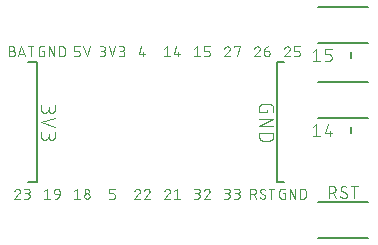
<source format=gto>
G75*
%MOIN*%
%OFA0B0*%
%FSLAX25Y25*%
%IPPOS*%
%LPD*%
%AMOC8*
5,1,8,0,0,1.08239X$1,22.5*
%
%ADD10C,0.00300*%
%ADD11C,0.00800*%
%ADD12C,0.00400*%
D10*
X0009263Y0028533D02*
X0011097Y0028533D01*
X0012503Y0028533D02*
X0013420Y0028533D01*
X0013479Y0028535D01*
X0013537Y0028541D01*
X0013595Y0028550D01*
X0013653Y0028563D01*
X0013709Y0028580D01*
X0013764Y0028600D01*
X0013818Y0028624D01*
X0013870Y0028651D01*
X0013920Y0028681D01*
X0013968Y0028715D01*
X0014014Y0028752D01*
X0014058Y0028791D01*
X0014099Y0028834D01*
X0014137Y0028878D01*
X0014172Y0028925D01*
X0014204Y0028975D01*
X0014233Y0029026D01*
X0014259Y0029079D01*
X0014281Y0029133D01*
X0014299Y0029189D01*
X0014314Y0029246D01*
X0014325Y0029304D01*
X0014333Y0029362D01*
X0014337Y0029421D01*
X0014337Y0029479D01*
X0014333Y0029538D01*
X0014325Y0029596D01*
X0014314Y0029654D01*
X0014299Y0029711D01*
X0014281Y0029767D01*
X0014259Y0029821D01*
X0014233Y0029874D01*
X0014204Y0029925D01*
X0014172Y0029975D01*
X0014137Y0030022D01*
X0014099Y0030066D01*
X0014058Y0030109D01*
X0014014Y0030148D01*
X0013968Y0030185D01*
X0013920Y0030219D01*
X0013870Y0030249D01*
X0013818Y0030276D01*
X0013764Y0030300D01*
X0013709Y0030320D01*
X0013653Y0030337D01*
X0013595Y0030350D01*
X0013537Y0030359D01*
X0013479Y0030365D01*
X0013420Y0030367D01*
X0013603Y0030366D02*
X0012870Y0030366D01*
X0013603Y0030367D02*
X0013655Y0030369D01*
X0013707Y0030374D01*
X0013759Y0030384D01*
X0013810Y0030397D01*
X0013859Y0030413D01*
X0013907Y0030433D01*
X0013954Y0030457D01*
X0013999Y0030483D01*
X0014042Y0030513D01*
X0014083Y0030546D01*
X0014121Y0030582D01*
X0014157Y0030620D01*
X0014190Y0030661D01*
X0014220Y0030704D01*
X0014246Y0030749D01*
X0014270Y0030796D01*
X0014290Y0030844D01*
X0014306Y0030893D01*
X0014319Y0030944D01*
X0014329Y0030996D01*
X0014334Y0031048D01*
X0014336Y0031100D01*
X0014334Y0031152D01*
X0014329Y0031204D01*
X0014319Y0031256D01*
X0014306Y0031307D01*
X0014290Y0031356D01*
X0014270Y0031404D01*
X0014246Y0031451D01*
X0014220Y0031496D01*
X0014190Y0031539D01*
X0014157Y0031580D01*
X0014121Y0031618D01*
X0014083Y0031654D01*
X0014042Y0031687D01*
X0013999Y0031717D01*
X0013954Y0031743D01*
X0013907Y0031767D01*
X0013859Y0031787D01*
X0013810Y0031803D01*
X0013759Y0031816D01*
X0013707Y0031826D01*
X0013655Y0031831D01*
X0013603Y0031833D01*
X0012503Y0031833D01*
X0010822Y0030366D02*
X0009263Y0028533D01*
X0009264Y0031100D02*
X0009285Y0031159D01*
X0009310Y0031218D01*
X0009338Y0031275D01*
X0009370Y0031330D01*
X0009405Y0031383D01*
X0009443Y0031433D01*
X0009484Y0031482D01*
X0009528Y0031528D01*
X0009574Y0031571D01*
X0009623Y0031611D01*
X0009674Y0031649D01*
X0009728Y0031683D01*
X0009783Y0031714D01*
X0009841Y0031741D01*
X0009899Y0031765D01*
X0009959Y0031786D01*
X0010021Y0031803D01*
X0010083Y0031816D01*
X0010145Y0031825D01*
X0010209Y0031831D01*
X0010272Y0031833D01*
X0010328Y0031831D01*
X0010384Y0031825D01*
X0010440Y0031816D01*
X0010495Y0031802D01*
X0010548Y0031785D01*
X0010601Y0031765D01*
X0010652Y0031741D01*
X0010701Y0031713D01*
X0010748Y0031682D01*
X0010793Y0031648D01*
X0010835Y0031611D01*
X0010875Y0031571D01*
X0010912Y0031529D01*
X0010946Y0031484D01*
X0010977Y0031437D01*
X0011005Y0031388D01*
X0011029Y0031337D01*
X0011049Y0031284D01*
X0011066Y0031231D01*
X0011080Y0031176D01*
X0011089Y0031120D01*
X0011095Y0031064D01*
X0011097Y0031008D01*
X0011095Y0030953D01*
X0011090Y0030898D01*
X0011082Y0030843D01*
X0011070Y0030790D01*
X0011054Y0030736D01*
X0011036Y0030685D01*
X0011014Y0030634D01*
X0010989Y0030585D01*
X0010961Y0030537D01*
X0010931Y0030491D01*
X0010897Y0030447D01*
X0010861Y0030406D01*
X0010822Y0030366D01*
X0019263Y0031100D02*
X0020180Y0031833D01*
X0020180Y0028533D01*
X0019263Y0028533D02*
X0021097Y0028533D01*
X0022870Y0028533D02*
X0022944Y0028535D01*
X0023018Y0028541D01*
X0023092Y0028550D01*
X0023165Y0028563D01*
X0023238Y0028580D01*
X0023309Y0028600D01*
X0023379Y0028624D01*
X0023449Y0028652D01*
X0023516Y0028683D01*
X0023582Y0028717D01*
X0023646Y0028755D01*
X0023708Y0028796D01*
X0023768Y0028840D01*
X0023826Y0028887D01*
X0023881Y0028937D01*
X0023933Y0028989D01*
X0023983Y0029044D01*
X0024030Y0029102D01*
X0024074Y0029162D01*
X0024115Y0029224D01*
X0024153Y0029288D01*
X0024187Y0029354D01*
X0024218Y0029421D01*
X0024246Y0029491D01*
X0024270Y0029561D01*
X0024290Y0029632D01*
X0024307Y0029705D01*
X0024320Y0029778D01*
X0024329Y0029852D01*
X0024335Y0029926D01*
X0024337Y0030000D01*
X0024337Y0030916D01*
X0024337Y0030000D02*
X0023237Y0030000D01*
X0023185Y0030002D01*
X0023133Y0030007D01*
X0023081Y0030017D01*
X0023030Y0030030D01*
X0022981Y0030046D01*
X0022933Y0030066D01*
X0022886Y0030090D01*
X0022841Y0030116D01*
X0022798Y0030146D01*
X0022757Y0030179D01*
X0022719Y0030215D01*
X0022683Y0030253D01*
X0022650Y0030294D01*
X0022620Y0030337D01*
X0022594Y0030382D01*
X0022570Y0030429D01*
X0022550Y0030477D01*
X0022534Y0030526D01*
X0022521Y0030577D01*
X0022511Y0030629D01*
X0022506Y0030681D01*
X0022504Y0030733D01*
X0022503Y0030733D02*
X0022503Y0030916D01*
X0022505Y0030975D01*
X0022511Y0031033D01*
X0022520Y0031091D01*
X0022533Y0031149D01*
X0022550Y0031205D01*
X0022570Y0031260D01*
X0022594Y0031314D01*
X0022621Y0031366D01*
X0022651Y0031416D01*
X0022685Y0031464D01*
X0022722Y0031510D01*
X0022761Y0031554D01*
X0022804Y0031595D01*
X0022848Y0031633D01*
X0022895Y0031668D01*
X0022945Y0031700D01*
X0022996Y0031729D01*
X0023049Y0031755D01*
X0023103Y0031777D01*
X0023159Y0031795D01*
X0023216Y0031810D01*
X0023274Y0031821D01*
X0023332Y0031829D01*
X0023391Y0031833D01*
X0023449Y0031833D01*
X0023508Y0031829D01*
X0023566Y0031821D01*
X0023624Y0031810D01*
X0023681Y0031795D01*
X0023737Y0031777D01*
X0023791Y0031755D01*
X0023844Y0031729D01*
X0023895Y0031700D01*
X0023945Y0031668D01*
X0023992Y0031633D01*
X0024036Y0031595D01*
X0024079Y0031554D01*
X0024118Y0031510D01*
X0024155Y0031464D01*
X0024189Y0031416D01*
X0024219Y0031366D01*
X0024246Y0031314D01*
X0024270Y0031260D01*
X0024290Y0031205D01*
X0024307Y0031149D01*
X0024320Y0031091D01*
X0024329Y0031033D01*
X0024335Y0030975D01*
X0024337Y0030916D01*
X0029263Y0031100D02*
X0030180Y0031833D01*
X0030180Y0028533D01*
X0029263Y0028533D02*
X0031097Y0028533D01*
X0032503Y0029450D02*
X0032505Y0029391D01*
X0032511Y0029333D01*
X0032520Y0029275D01*
X0032533Y0029217D01*
X0032550Y0029161D01*
X0032570Y0029106D01*
X0032594Y0029052D01*
X0032621Y0029000D01*
X0032651Y0028950D01*
X0032685Y0028902D01*
X0032722Y0028856D01*
X0032761Y0028812D01*
X0032804Y0028771D01*
X0032848Y0028733D01*
X0032895Y0028698D01*
X0032945Y0028666D01*
X0032996Y0028637D01*
X0033049Y0028611D01*
X0033103Y0028589D01*
X0033159Y0028571D01*
X0033216Y0028556D01*
X0033274Y0028545D01*
X0033332Y0028537D01*
X0033391Y0028533D01*
X0033449Y0028533D01*
X0033508Y0028537D01*
X0033566Y0028545D01*
X0033624Y0028556D01*
X0033681Y0028571D01*
X0033737Y0028589D01*
X0033791Y0028611D01*
X0033844Y0028637D01*
X0033895Y0028666D01*
X0033945Y0028698D01*
X0033992Y0028733D01*
X0034036Y0028771D01*
X0034079Y0028812D01*
X0034118Y0028856D01*
X0034155Y0028902D01*
X0034189Y0028950D01*
X0034219Y0029000D01*
X0034246Y0029052D01*
X0034270Y0029106D01*
X0034290Y0029161D01*
X0034307Y0029217D01*
X0034320Y0029275D01*
X0034329Y0029333D01*
X0034335Y0029391D01*
X0034337Y0029450D01*
X0034335Y0029509D01*
X0034329Y0029567D01*
X0034320Y0029625D01*
X0034307Y0029683D01*
X0034290Y0029739D01*
X0034270Y0029794D01*
X0034246Y0029848D01*
X0034219Y0029900D01*
X0034189Y0029950D01*
X0034155Y0029998D01*
X0034118Y0030044D01*
X0034079Y0030088D01*
X0034036Y0030129D01*
X0033992Y0030167D01*
X0033945Y0030202D01*
X0033895Y0030234D01*
X0033844Y0030263D01*
X0033791Y0030289D01*
X0033737Y0030311D01*
X0033681Y0030329D01*
X0033624Y0030344D01*
X0033566Y0030355D01*
X0033508Y0030363D01*
X0033449Y0030367D01*
X0033391Y0030367D01*
X0033332Y0030363D01*
X0033274Y0030355D01*
X0033216Y0030344D01*
X0033159Y0030329D01*
X0033103Y0030311D01*
X0033049Y0030289D01*
X0032996Y0030263D01*
X0032945Y0030234D01*
X0032895Y0030202D01*
X0032848Y0030167D01*
X0032804Y0030129D01*
X0032761Y0030088D01*
X0032722Y0030044D01*
X0032685Y0029998D01*
X0032651Y0029950D01*
X0032621Y0029900D01*
X0032594Y0029848D01*
X0032570Y0029794D01*
X0032550Y0029739D01*
X0032533Y0029683D01*
X0032520Y0029625D01*
X0032511Y0029567D01*
X0032505Y0029509D01*
X0032503Y0029450D01*
X0032687Y0031100D02*
X0032689Y0031048D01*
X0032694Y0030996D01*
X0032704Y0030944D01*
X0032717Y0030893D01*
X0032733Y0030844D01*
X0032753Y0030796D01*
X0032777Y0030749D01*
X0032803Y0030704D01*
X0032833Y0030661D01*
X0032866Y0030620D01*
X0032902Y0030582D01*
X0032940Y0030546D01*
X0032981Y0030513D01*
X0033024Y0030483D01*
X0033069Y0030457D01*
X0033116Y0030433D01*
X0033164Y0030413D01*
X0033213Y0030397D01*
X0033264Y0030384D01*
X0033316Y0030374D01*
X0033368Y0030369D01*
X0033420Y0030367D01*
X0033472Y0030369D01*
X0033524Y0030374D01*
X0033576Y0030384D01*
X0033627Y0030397D01*
X0033676Y0030413D01*
X0033724Y0030433D01*
X0033771Y0030457D01*
X0033816Y0030483D01*
X0033859Y0030513D01*
X0033900Y0030546D01*
X0033938Y0030582D01*
X0033974Y0030620D01*
X0034007Y0030661D01*
X0034037Y0030704D01*
X0034063Y0030749D01*
X0034087Y0030796D01*
X0034107Y0030844D01*
X0034123Y0030893D01*
X0034136Y0030944D01*
X0034146Y0030996D01*
X0034151Y0031048D01*
X0034153Y0031100D01*
X0034151Y0031152D01*
X0034146Y0031204D01*
X0034136Y0031256D01*
X0034123Y0031307D01*
X0034107Y0031356D01*
X0034087Y0031404D01*
X0034063Y0031451D01*
X0034037Y0031496D01*
X0034007Y0031539D01*
X0033974Y0031580D01*
X0033938Y0031618D01*
X0033900Y0031654D01*
X0033859Y0031687D01*
X0033816Y0031717D01*
X0033771Y0031743D01*
X0033724Y0031767D01*
X0033676Y0031787D01*
X0033627Y0031803D01*
X0033576Y0031816D01*
X0033524Y0031826D01*
X0033472Y0031831D01*
X0033420Y0031833D01*
X0033368Y0031831D01*
X0033316Y0031826D01*
X0033264Y0031816D01*
X0033213Y0031803D01*
X0033164Y0031787D01*
X0033116Y0031767D01*
X0033069Y0031743D01*
X0033024Y0031717D01*
X0032981Y0031687D01*
X0032940Y0031654D01*
X0032902Y0031618D01*
X0032866Y0031580D01*
X0032833Y0031539D01*
X0032803Y0031496D01*
X0032777Y0031451D01*
X0032753Y0031404D01*
X0032733Y0031356D01*
X0032717Y0031307D01*
X0032704Y0031256D01*
X0032694Y0031204D01*
X0032689Y0031152D01*
X0032687Y0031100D01*
X0040883Y0030366D02*
X0040883Y0031833D01*
X0042717Y0031833D01*
X0041983Y0030366D02*
X0040883Y0030366D01*
X0041983Y0030366D02*
X0042035Y0030364D01*
X0042087Y0030359D01*
X0042139Y0030349D01*
X0042190Y0030336D01*
X0042239Y0030320D01*
X0042287Y0030300D01*
X0042334Y0030276D01*
X0042379Y0030250D01*
X0042422Y0030220D01*
X0042463Y0030187D01*
X0042501Y0030151D01*
X0042537Y0030113D01*
X0042570Y0030072D01*
X0042600Y0030029D01*
X0042626Y0029984D01*
X0042650Y0029937D01*
X0042670Y0029889D01*
X0042686Y0029840D01*
X0042699Y0029789D01*
X0042709Y0029737D01*
X0042714Y0029685D01*
X0042716Y0029633D01*
X0042717Y0029633D02*
X0042717Y0029266D01*
X0042716Y0029266D02*
X0042714Y0029214D01*
X0042709Y0029162D01*
X0042699Y0029110D01*
X0042686Y0029059D01*
X0042670Y0029010D01*
X0042650Y0028962D01*
X0042626Y0028915D01*
X0042600Y0028870D01*
X0042570Y0028827D01*
X0042537Y0028786D01*
X0042501Y0028748D01*
X0042463Y0028712D01*
X0042422Y0028679D01*
X0042379Y0028649D01*
X0042334Y0028623D01*
X0042288Y0028599D01*
X0042239Y0028579D01*
X0042190Y0028563D01*
X0042139Y0028550D01*
X0042087Y0028540D01*
X0042035Y0028535D01*
X0041983Y0028533D01*
X0040883Y0028533D01*
X0049263Y0028533D02*
X0051097Y0028533D01*
X0052503Y0028533D02*
X0054337Y0028533D01*
X0052503Y0028533D02*
X0054062Y0030366D01*
X0053512Y0031833D02*
X0053449Y0031831D01*
X0053385Y0031825D01*
X0053323Y0031816D01*
X0053261Y0031803D01*
X0053199Y0031786D01*
X0053139Y0031765D01*
X0053081Y0031741D01*
X0053023Y0031714D01*
X0052968Y0031683D01*
X0052914Y0031649D01*
X0052863Y0031611D01*
X0052814Y0031571D01*
X0052768Y0031528D01*
X0052724Y0031482D01*
X0052683Y0031433D01*
X0052645Y0031383D01*
X0052610Y0031330D01*
X0052578Y0031275D01*
X0052550Y0031218D01*
X0052525Y0031159D01*
X0052504Y0031100D01*
X0054062Y0030366D02*
X0054101Y0030406D01*
X0054137Y0030447D01*
X0054171Y0030491D01*
X0054201Y0030537D01*
X0054229Y0030585D01*
X0054254Y0030634D01*
X0054276Y0030685D01*
X0054294Y0030736D01*
X0054310Y0030790D01*
X0054322Y0030843D01*
X0054330Y0030898D01*
X0054335Y0030953D01*
X0054337Y0031008D01*
X0054335Y0031064D01*
X0054329Y0031120D01*
X0054320Y0031176D01*
X0054306Y0031231D01*
X0054289Y0031284D01*
X0054269Y0031337D01*
X0054245Y0031388D01*
X0054217Y0031437D01*
X0054186Y0031484D01*
X0054152Y0031529D01*
X0054115Y0031571D01*
X0054075Y0031611D01*
X0054033Y0031648D01*
X0053988Y0031682D01*
X0053941Y0031713D01*
X0053892Y0031741D01*
X0053841Y0031765D01*
X0053788Y0031785D01*
X0053735Y0031802D01*
X0053680Y0031816D01*
X0053624Y0031825D01*
X0053568Y0031831D01*
X0053512Y0031833D01*
X0050822Y0030366D02*
X0049263Y0028533D01*
X0049264Y0031100D02*
X0049285Y0031159D01*
X0049310Y0031218D01*
X0049338Y0031275D01*
X0049370Y0031330D01*
X0049405Y0031383D01*
X0049443Y0031433D01*
X0049484Y0031482D01*
X0049528Y0031528D01*
X0049574Y0031571D01*
X0049623Y0031611D01*
X0049674Y0031649D01*
X0049728Y0031683D01*
X0049783Y0031714D01*
X0049841Y0031741D01*
X0049899Y0031765D01*
X0049959Y0031786D01*
X0050021Y0031803D01*
X0050083Y0031816D01*
X0050145Y0031825D01*
X0050209Y0031831D01*
X0050272Y0031833D01*
X0050328Y0031831D01*
X0050384Y0031825D01*
X0050440Y0031816D01*
X0050495Y0031802D01*
X0050548Y0031785D01*
X0050601Y0031765D01*
X0050652Y0031741D01*
X0050701Y0031713D01*
X0050748Y0031682D01*
X0050793Y0031648D01*
X0050835Y0031611D01*
X0050875Y0031571D01*
X0050912Y0031529D01*
X0050946Y0031484D01*
X0050977Y0031437D01*
X0051005Y0031388D01*
X0051029Y0031337D01*
X0051049Y0031284D01*
X0051066Y0031231D01*
X0051080Y0031176D01*
X0051089Y0031120D01*
X0051095Y0031064D01*
X0051097Y0031008D01*
X0051095Y0030953D01*
X0051090Y0030898D01*
X0051082Y0030843D01*
X0051070Y0030790D01*
X0051054Y0030736D01*
X0051036Y0030685D01*
X0051014Y0030634D01*
X0050989Y0030585D01*
X0050961Y0030537D01*
X0050931Y0030491D01*
X0050897Y0030447D01*
X0050861Y0030406D01*
X0050822Y0030366D01*
X0059263Y0028533D02*
X0061097Y0028533D01*
X0062503Y0028533D02*
X0064337Y0028533D01*
X0063420Y0028533D02*
X0063420Y0031833D01*
X0062503Y0031100D01*
X0060822Y0030366D02*
X0059263Y0028533D01*
X0059264Y0031100D02*
X0059285Y0031159D01*
X0059310Y0031218D01*
X0059338Y0031275D01*
X0059370Y0031330D01*
X0059405Y0031383D01*
X0059443Y0031433D01*
X0059484Y0031482D01*
X0059528Y0031528D01*
X0059574Y0031571D01*
X0059623Y0031611D01*
X0059674Y0031649D01*
X0059728Y0031683D01*
X0059783Y0031714D01*
X0059841Y0031741D01*
X0059899Y0031765D01*
X0059959Y0031786D01*
X0060021Y0031803D01*
X0060083Y0031816D01*
X0060145Y0031825D01*
X0060209Y0031831D01*
X0060272Y0031833D01*
X0060328Y0031831D01*
X0060384Y0031825D01*
X0060440Y0031816D01*
X0060495Y0031802D01*
X0060548Y0031785D01*
X0060601Y0031765D01*
X0060652Y0031741D01*
X0060701Y0031713D01*
X0060748Y0031682D01*
X0060793Y0031648D01*
X0060835Y0031611D01*
X0060875Y0031571D01*
X0060912Y0031529D01*
X0060946Y0031484D01*
X0060977Y0031437D01*
X0061005Y0031388D01*
X0061029Y0031337D01*
X0061049Y0031284D01*
X0061066Y0031231D01*
X0061080Y0031176D01*
X0061089Y0031120D01*
X0061095Y0031064D01*
X0061097Y0031008D01*
X0061095Y0030953D01*
X0061090Y0030898D01*
X0061082Y0030843D01*
X0061070Y0030790D01*
X0061054Y0030736D01*
X0061036Y0030685D01*
X0061014Y0030634D01*
X0060989Y0030585D01*
X0060961Y0030537D01*
X0060931Y0030491D01*
X0060897Y0030447D01*
X0060861Y0030406D01*
X0060822Y0030366D01*
X0069263Y0031833D02*
X0070363Y0031833D01*
X0070415Y0031831D01*
X0070467Y0031826D01*
X0070519Y0031816D01*
X0070570Y0031803D01*
X0070619Y0031787D01*
X0070667Y0031767D01*
X0070714Y0031743D01*
X0070759Y0031717D01*
X0070802Y0031687D01*
X0070843Y0031654D01*
X0070881Y0031618D01*
X0070917Y0031580D01*
X0070950Y0031539D01*
X0070980Y0031496D01*
X0071006Y0031451D01*
X0071030Y0031404D01*
X0071050Y0031356D01*
X0071066Y0031307D01*
X0071079Y0031256D01*
X0071089Y0031204D01*
X0071094Y0031152D01*
X0071096Y0031100D01*
X0071094Y0031048D01*
X0071089Y0030996D01*
X0071079Y0030944D01*
X0071066Y0030893D01*
X0071050Y0030844D01*
X0071030Y0030796D01*
X0071006Y0030749D01*
X0070980Y0030704D01*
X0070950Y0030661D01*
X0070917Y0030620D01*
X0070881Y0030582D01*
X0070843Y0030546D01*
X0070802Y0030513D01*
X0070759Y0030483D01*
X0070714Y0030457D01*
X0070667Y0030433D01*
X0070619Y0030413D01*
X0070570Y0030397D01*
X0070519Y0030384D01*
X0070467Y0030374D01*
X0070415Y0030369D01*
X0070363Y0030367D01*
X0070363Y0030366D02*
X0069630Y0030366D01*
X0070180Y0030367D02*
X0070239Y0030365D01*
X0070297Y0030359D01*
X0070355Y0030350D01*
X0070413Y0030337D01*
X0070469Y0030320D01*
X0070524Y0030300D01*
X0070578Y0030276D01*
X0070630Y0030249D01*
X0070680Y0030219D01*
X0070728Y0030185D01*
X0070774Y0030148D01*
X0070818Y0030109D01*
X0070859Y0030066D01*
X0070897Y0030022D01*
X0070932Y0029975D01*
X0070964Y0029925D01*
X0070993Y0029874D01*
X0071019Y0029821D01*
X0071041Y0029767D01*
X0071059Y0029711D01*
X0071074Y0029654D01*
X0071085Y0029596D01*
X0071093Y0029538D01*
X0071097Y0029479D01*
X0071097Y0029421D01*
X0071093Y0029362D01*
X0071085Y0029304D01*
X0071074Y0029246D01*
X0071059Y0029189D01*
X0071041Y0029133D01*
X0071019Y0029079D01*
X0070993Y0029026D01*
X0070964Y0028975D01*
X0070932Y0028925D01*
X0070897Y0028878D01*
X0070859Y0028834D01*
X0070818Y0028791D01*
X0070774Y0028752D01*
X0070728Y0028715D01*
X0070680Y0028681D01*
X0070630Y0028651D01*
X0070578Y0028624D01*
X0070524Y0028600D01*
X0070469Y0028580D01*
X0070413Y0028563D01*
X0070355Y0028550D01*
X0070297Y0028541D01*
X0070239Y0028535D01*
X0070180Y0028533D01*
X0069263Y0028533D01*
X0072503Y0028533D02*
X0074337Y0028533D01*
X0072503Y0028533D02*
X0074062Y0030366D01*
X0073512Y0031833D02*
X0073449Y0031831D01*
X0073385Y0031825D01*
X0073323Y0031816D01*
X0073261Y0031803D01*
X0073199Y0031786D01*
X0073139Y0031765D01*
X0073081Y0031741D01*
X0073023Y0031714D01*
X0072968Y0031683D01*
X0072914Y0031649D01*
X0072863Y0031611D01*
X0072814Y0031571D01*
X0072768Y0031528D01*
X0072724Y0031482D01*
X0072683Y0031433D01*
X0072645Y0031383D01*
X0072610Y0031330D01*
X0072578Y0031275D01*
X0072550Y0031218D01*
X0072525Y0031159D01*
X0072504Y0031100D01*
X0074062Y0030366D02*
X0074101Y0030406D01*
X0074137Y0030447D01*
X0074171Y0030491D01*
X0074201Y0030537D01*
X0074229Y0030585D01*
X0074254Y0030634D01*
X0074276Y0030685D01*
X0074294Y0030736D01*
X0074310Y0030790D01*
X0074322Y0030843D01*
X0074330Y0030898D01*
X0074335Y0030953D01*
X0074337Y0031008D01*
X0074335Y0031064D01*
X0074329Y0031120D01*
X0074320Y0031176D01*
X0074306Y0031231D01*
X0074289Y0031284D01*
X0074269Y0031337D01*
X0074245Y0031388D01*
X0074217Y0031437D01*
X0074186Y0031484D01*
X0074152Y0031529D01*
X0074115Y0031571D01*
X0074075Y0031611D01*
X0074033Y0031648D01*
X0073988Y0031682D01*
X0073941Y0031713D01*
X0073892Y0031741D01*
X0073841Y0031765D01*
X0073788Y0031785D01*
X0073735Y0031802D01*
X0073680Y0031816D01*
X0073624Y0031825D01*
X0073568Y0031831D01*
X0073512Y0031833D01*
X0079263Y0031833D02*
X0080363Y0031833D01*
X0080415Y0031831D01*
X0080467Y0031826D01*
X0080519Y0031816D01*
X0080570Y0031803D01*
X0080619Y0031787D01*
X0080667Y0031767D01*
X0080714Y0031743D01*
X0080759Y0031717D01*
X0080802Y0031687D01*
X0080843Y0031654D01*
X0080881Y0031618D01*
X0080917Y0031580D01*
X0080950Y0031539D01*
X0080980Y0031496D01*
X0081006Y0031451D01*
X0081030Y0031404D01*
X0081050Y0031356D01*
X0081066Y0031307D01*
X0081079Y0031256D01*
X0081089Y0031204D01*
X0081094Y0031152D01*
X0081096Y0031100D01*
X0081094Y0031048D01*
X0081089Y0030996D01*
X0081079Y0030944D01*
X0081066Y0030893D01*
X0081050Y0030844D01*
X0081030Y0030796D01*
X0081006Y0030749D01*
X0080980Y0030704D01*
X0080950Y0030661D01*
X0080917Y0030620D01*
X0080881Y0030582D01*
X0080843Y0030546D01*
X0080802Y0030513D01*
X0080759Y0030483D01*
X0080714Y0030457D01*
X0080667Y0030433D01*
X0080619Y0030413D01*
X0080570Y0030397D01*
X0080519Y0030384D01*
X0080467Y0030374D01*
X0080415Y0030369D01*
X0080363Y0030367D01*
X0080363Y0030366D02*
X0079630Y0030366D01*
X0080180Y0030367D02*
X0080239Y0030365D01*
X0080297Y0030359D01*
X0080355Y0030350D01*
X0080413Y0030337D01*
X0080469Y0030320D01*
X0080524Y0030300D01*
X0080578Y0030276D01*
X0080630Y0030249D01*
X0080680Y0030219D01*
X0080728Y0030185D01*
X0080774Y0030148D01*
X0080818Y0030109D01*
X0080859Y0030066D01*
X0080897Y0030022D01*
X0080932Y0029975D01*
X0080964Y0029925D01*
X0080993Y0029874D01*
X0081019Y0029821D01*
X0081041Y0029767D01*
X0081059Y0029711D01*
X0081074Y0029654D01*
X0081085Y0029596D01*
X0081093Y0029538D01*
X0081097Y0029479D01*
X0081097Y0029421D01*
X0081093Y0029362D01*
X0081085Y0029304D01*
X0081074Y0029246D01*
X0081059Y0029189D01*
X0081041Y0029133D01*
X0081019Y0029079D01*
X0080993Y0029026D01*
X0080964Y0028975D01*
X0080932Y0028925D01*
X0080897Y0028878D01*
X0080859Y0028834D01*
X0080818Y0028791D01*
X0080774Y0028752D01*
X0080728Y0028715D01*
X0080680Y0028681D01*
X0080630Y0028651D01*
X0080578Y0028624D01*
X0080524Y0028600D01*
X0080469Y0028580D01*
X0080413Y0028563D01*
X0080355Y0028550D01*
X0080297Y0028541D01*
X0080239Y0028535D01*
X0080180Y0028533D01*
X0079263Y0028533D01*
X0082503Y0028533D02*
X0083420Y0028533D01*
X0083479Y0028535D01*
X0083537Y0028541D01*
X0083595Y0028550D01*
X0083653Y0028563D01*
X0083709Y0028580D01*
X0083764Y0028600D01*
X0083818Y0028624D01*
X0083870Y0028651D01*
X0083920Y0028681D01*
X0083968Y0028715D01*
X0084014Y0028752D01*
X0084058Y0028791D01*
X0084099Y0028834D01*
X0084137Y0028878D01*
X0084172Y0028925D01*
X0084204Y0028975D01*
X0084233Y0029026D01*
X0084259Y0029079D01*
X0084281Y0029133D01*
X0084299Y0029189D01*
X0084314Y0029246D01*
X0084325Y0029304D01*
X0084333Y0029362D01*
X0084337Y0029421D01*
X0084337Y0029479D01*
X0084333Y0029538D01*
X0084325Y0029596D01*
X0084314Y0029654D01*
X0084299Y0029711D01*
X0084281Y0029767D01*
X0084259Y0029821D01*
X0084233Y0029874D01*
X0084204Y0029925D01*
X0084172Y0029975D01*
X0084137Y0030022D01*
X0084099Y0030066D01*
X0084058Y0030109D01*
X0084014Y0030148D01*
X0083968Y0030185D01*
X0083920Y0030219D01*
X0083870Y0030249D01*
X0083818Y0030276D01*
X0083764Y0030300D01*
X0083709Y0030320D01*
X0083653Y0030337D01*
X0083595Y0030350D01*
X0083537Y0030359D01*
X0083479Y0030365D01*
X0083420Y0030367D01*
X0083603Y0030366D02*
X0082870Y0030366D01*
X0083603Y0030367D02*
X0083655Y0030369D01*
X0083707Y0030374D01*
X0083759Y0030384D01*
X0083810Y0030397D01*
X0083859Y0030413D01*
X0083907Y0030433D01*
X0083954Y0030457D01*
X0083999Y0030483D01*
X0084042Y0030513D01*
X0084083Y0030546D01*
X0084121Y0030582D01*
X0084157Y0030620D01*
X0084190Y0030661D01*
X0084220Y0030704D01*
X0084246Y0030749D01*
X0084270Y0030796D01*
X0084290Y0030844D01*
X0084306Y0030893D01*
X0084319Y0030944D01*
X0084329Y0030996D01*
X0084334Y0031048D01*
X0084336Y0031100D01*
X0084334Y0031152D01*
X0084329Y0031204D01*
X0084319Y0031256D01*
X0084306Y0031307D01*
X0084290Y0031356D01*
X0084270Y0031404D01*
X0084246Y0031451D01*
X0084220Y0031496D01*
X0084190Y0031539D01*
X0084157Y0031580D01*
X0084121Y0031618D01*
X0084083Y0031654D01*
X0084042Y0031687D01*
X0083999Y0031717D01*
X0083954Y0031743D01*
X0083907Y0031767D01*
X0083859Y0031787D01*
X0083810Y0031803D01*
X0083759Y0031816D01*
X0083707Y0031826D01*
X0083655Y0031831D01*
X0083603Y0031833D01*
X0082503Y0031833D01*
X0087970Y0031833D02*
X0087970Y0028533D01*
X0087970Y0030000D02*
X0088887Y0030000D01*
X0089070Y0030000D02*
X0089803Y0028533D01*
X0091539Y0030458D02*
X0092547Y0029908D01*
X0092181Y0028533D02*
X0092105Y0028535D01*
X0092028Y0028541D01*
X0091953Y0028550D01*
X0091877Y0028563D01*
X0091803Y0028580D01*
X0091729Y0028600D01*
X0091656Y0028625D01*
X0091585Y0028652D01*
X0091515Y0028683D01*
X0091447Y0028718D01*
X0091381Y0028756D01*
X0091316Y0028797D01*
X0091254Y0028841D01*
X0091194Y0028888D01*
X0091136Y0028938D01*
X0091081Y0028991D01*
X0092547Y0029908D02*
X0092591Y0029880D01*
X0092632Y0029850D01*
X0092671Y0029816D01*
X0092708Y0029780D01*
X0092743Y0029741D01*
X0092774Y0029701D01*
X0092803Y0029658D01*
X0092828Y0029613D01*
X0092851Y0029567D01*
X0092870Y0029519D01*
X0092886Y0029470D01*
X0092898Y0029420D01*
X0092907Y0029369D01*
X0092912Y0029318D01*
X0092914Y0029266D01*
X0092912Y0029214D01*
X0092907Y0029162D01*
X0092897Y0029110D01*
X0092884Y0029059D01*
X0092868Y0029010D01*
X0092848Y0028962D01*
X0092824Y0028915D01*
X0092798Y0028870D01*
X0092768Y0028827D01*
X0092735Y0028786D01*
X0092699Y0028748D01*
X0092661Y0028712D01*
X0092620Y0028679D01*
X0092577Y0028649D01*
X0092532Y0028623D01*
X0092486Y0028599D01*
X0092437Y0028579D01*
X0092388Y0028563D01*
X0092337Y0028550D01*
X0092285Y0028540D01*
X0092233Y0028535D01*
X0092181Y0028533D01*
X0092731Y0031558D02*
X0092671Y0031601D01*
X0092609Y0031640D01*
X0092544Y0031676D01*
X0092478Y0031708D01*
X0092410Y0031737D01*
X0092341Y0031762D01*
X0092270Y0031784D01*
X0092199Y0031801D01*
X0092126Y0031815D01*
X0092053Y0031825D01*
X0091980Y0031831D01*
X0091906Y0031833D01*
X0091854Y0031831D01*
X0091802Y0031826D01*
X0091750Y0031816D01*
X0091699Y0031803D01*
X0091650Y0031787D01*
X0091602Y0031767D01*
X0091555Y0031743D01*
X0091510Y0031717D01*
X0091467Y0031687D01*
X0091426Y0031654D01*
X0091388Y0031618D01*
X0091352Y0031580D01*
X0091319Y0031539D01*
X0091289Y0031496D01*
X0091263Y0031451D01*
X0091239Y0031404D01*
X0091219Y0031356D01*
X0091203Y0031307D01*
X0091190Y0031256D01*
X0091180Y0031204D01*
X0091175Y0031152D01*
X0091173Y0031100D01*
X0091172Y0031100D02*
X0091174Y0031048D01*
X0091179Y0030997D01*
X0091188Y0030946D01*
X0091200Y0030896D01*
X0091216Y0030847D01*
X0091235Y0030799D01*
X0091258Y0030753D01*
X0091283Y0030708D01*
X0091312Y0030665D01*
X0091343Y0030625D01*
X0091378Y0030586D01*
X0091415Y0030550D01*
X0091454Y0030516D01*
X0091495Y0030486D01*
X0091539Y0030458D01*
X0088887Y0029999D02*
X0088946Y0030001D01*
X0089004Y0030007D01*
X0089062Y0030016D01*
X0089120Y0030029D01*
X0089176Y0030046D01*
X0089231Y0030066D01*
X0089285Y0030090D01*
X0089337Y0030117D01*
X0089387Y0030147D01*
X0089435Y0030181D01*
X0089481Y0030218D01*
X0089525Y0030257D01*
X0089566Y0030300D01*
X0089604Y0030344D01*
X0089639Y0030391D01*
X0089671Y0030441D01*
X0089700Y0030492D01*
X0089726Y0030545D01*
X0089748Y0030599D01*
X0089766Y0030655D01*
X0089781Y0030712D01*
X0089792Y0030770D01*
X0089800Y0030828D01*
X0089804Y0030887D01*
X0089804Y0030945D01*
X0089800Y0031004D01*
X0089792Y0031062D01*
X0089781Y0031120D01*
X0089766Y0031177D01*
X0089748Y0031233D01*
X0089726Y0031287D01*
X0089700Y0031340D01*
X0089671Y0031391D01*
X0089639Y0031441D01*
X0089604Y0031488D01*
X0089566Y0031532D01*
X0089525Y0031575D01*
X0089481Y0031614D01*
X0089435Y0031651D01*
X0089387Y0031685D01*
X0089337Y0031715D01*
X0089285Y0031742D01*
X0089231Y0031766D01*
X0089176Y0031786D01*
X0089120Y0031803D01*
X0089062Y0031816D01*
X0089004Y0031825D01*
X0088946Y0031831D01*
X0088887Y0031833D01*
X0087970Y0031833D01*
X0093997Y0031833D02*
X0095830Y0031833D01*
X0094913Y0031833D02*
X0094913Y0028533D01*
X0097627Y0029302D02*
X0097627Y0031136D01*
X0097628Y0031136D02*
X0097630Y0031188D01*
X0097635Y0031240D01*
X0097645Y0031292D01*
X0097658Y0031343D01*
X0097674Y0031392D01*
X0097694Y0031440D01*
X0097718Y0031487D01*
X0097744Y0031532D01*
X0097774Y0031575D01*
X0097807Y0031616D01*
X0097843Y0031654D01*
X0097881Y0031690D01*
X0097922Y0031723D01*
X0097965Y0031753D01*
X0098010Y0031779D01*
X0098056Y0031803D01*
X0098105Y0031823D01*
X0098154Y0031839D01*
X0098205Y0031852D01*
X0098257Y0031862D01*
X0098309Y0031867D01*
X0098361Y0031869D01*
X0099461Y0031869D01*
X0101083Y0031869D02*
X0102917Y0028569D01*
X0102917Y0031869D01*
X0104539Y0031869D02*
X0105456Y0031869D01*
X0105514Y0031867D01*
X0105571Y0031862D01*
X0105628Y0031853D01*
X0105684Y0031840D01*
X0105739Y0031824D01*
X0105794Y0031805D01*
X0105846Y0031782D01*
X0105898Y0031756D01*
X0105947Y0031726D01*
X0105995Y0031694D01*
X0106041Y0031659D01*
X0106084Y0031620D01*
X0106124Y0031580D01*
X0106163Y0031537D01*
X0106198Y0031491D01*
X0106230Y0031443D01*
X0106260Y0031394D01*
X0106286Y0031342D01*
X0106309Y0031290D01*
X0106328Y0031235D01*
X0106344Y0031180D01*
X0106357Y0031124D01*
X0106366Y0031067D01*
X0106371Y0031010D01*
X0106373Y0030952D01*
X0106373Y0029486D01*
X0106371Y0029428D01*
X0106366Y0029371D01*
X0106357Y0029314D01*
X0106344Y0029258D01*
X0106328Y0029203D01*
X0106309Y0029148D01*
X0106286Y0029096D01*
X0106260Y0029044D01*
X0106230Y0028995D01*
X0106198Y0028947D01*
X0106163Y0028901D01*
X0106124Y0028858D01*
X0106084Y0028818D01*
X0106041Y0028779D01*
X0105995Y0028744D01*
X0105947Y0028712D01*
X0105898Y0028682D01*
X0105846Y0028656D01*
X0105794Y0028633D01*
X0105739Y0028614D01*
X0105684Y0028598D01*
X0105628Y0028585D01*
X0105571Y0028576D01*
X0105514Y0028571D01*
X0105456Y0028569D01*
X0104539Y0028569D01*
X0104539Y0031869D01*
X0101083Y0031869D02*
X0101083Y0028569D01*
X0099461Y0028569D02*
X0099461Y0030402D01*
X0098911Y0030402D01*
X0097628Y0029302D02*
X0097630Y0029250D01*
X0097635Y0029198D01*
X0097645Y0029146D01*
X0097658Y0029095D01*
X0097674Y0029046D01*
X0097694Y0028998D01*
X0097718Y0028951D01*
X0097744Y0028906D01*
X0097774Y0028863D01*
X0097807Y0028822D01*
X0097843Y0028784D01*
X0097881Y0028748D01*
X0097922Y0028715D01*
X0097965Y0028685D01*
X0098010Y0028659D01*
X0098057Y0028635D01*
X0098105Y0028615D01*
X0098154Y0028599D01*
X0098205Y0028586D01*
X0098257Y0028576D01*
X0098309Y0028571D01*
X0098361Y0028569D01*
X0099461Y0028569D01*
X0099263Y0076033D02*
X0101097Y0076033D01*
X0102503Y0076033D02*
X0103603Y0076033D01*
X0103655Y0076035D01*
X0103707Y0076040D01*
X0103759Y0076050D01*
X0103810Y0076063D01*
X0103859Y0076079D01*
X0103908Y0076099D01*
X0103954Y0076123D01*
X0103999Y0076149D01*
X0104042Y0076179D01*
X0104083Y0076212D01*
X0104121Y0076248D01*
X0104157Y0076286D01*
X0104190Y0076327D01*
X0104220Y0076370D01*
X0104246Y0076415D01*
X0104270Y0076462D01*
X0104290Y0076510D01*
X0104306Y0076559D01*
X0104319Y0076610D01*
X0104329Y0076662D01*
X0104334Y0076714D01*
X0104336Y0076766D01*
X0104337Y0076766D02*
X0104337Y0077133D01*
X0104336Y0077133D02*
X0104334Y0077185D01*
X0104329Y0077237D01*
X0104319Y0077289D01*
X0104306Y0077340D01*
X0104290Y0077389D01*
X0104270Y0077437D01*
X0104246Y0077484D01*
X0104220Y0077529D01*
X0104190Y0077572D01*
X0104157Y0077613D01*
X0104121Y0077651D01*
X0104083Y0077687D01*
X0104042Y0077720D01*
X0103999Y0077750D01*
X0103954Y0077776D01*
X0103907Y0077800D01*
X0103859Y0077820D01*
X0103810Y0077836D01*
X0103759Y0077849D01*
X0103707Y0077859D01*
X0103655Y0077864D01*
X0103603Y0077866D01*
X0102503Y0077866D01*
X0102503Y0079333D01*
X0104337Y0079333D01*
X0100822Y0077866D02*
X0099263Y0076033D01*
X0099264Y0078600D02*
X0099285Y0078659D01*
X0099310Y0078718D01*
X0099338Y0078775D01*
X0099370Y0078830D01*
X0099405Y0078883D01*
X0099443Y0078933D01*
X0099484Y0078982D01*
X0099528Y0079028D01*
X0099574Y0079071D01*
X0099623Y0079111D01*
X0099674Y0079149D01*
X0099728Y0079183D01*
X0099783Y0079214D01*
X0099841Y0079241D01*
X0099899Y0079265D01*
X0099959Y0079286D01*
X0100021Y0079303D01*
X0100083Y0079316D01*
X0100145Y0079325D01*
X0100209Y0079331D01*
X0100272Y0079333D01*
X0100328Y0079331D01*
X0100384Y0079325D01*
X0100440Y0079316D01*
X0100495Y0079302D01*
X0100548Y0079285D01*
X0100601Y0079265D01*
X0100652Y0079241D01*
X0100701Y0079213D01*
X0100748Y0079182D01*
X0100793Y0079148D01*
X0100835Y0079111D01*
X0100875Y0079071D01*
X0100912Y0079029D01*
X0100946Y0078984D01*
X0100977Y0078937D01*
X0101005Y0078888D01*
X0101029Y0078837D01*
X0101049Y0078784D01*
X0101066Y0078731D01*
X0101080Y0078676D01*
X0101089Y0078620D01*
X0101095Y0078564D01*
X0101097Y0078508D01*
X0101095Y0078453D01*
X0101090Y0078398D01*
X0101082Y0078343D01*
X0101070Y0078290D01*
X0101054Y0078236D01*
X0101036Y0078185D01*
X0101014Y0078134D01*
X0100989Y0078085D01*
X0100961Y0078037D01*
X0100931Y0077991D01*
X0100897Y0077947D01*
X0100861Y0077906D01*
X0100822Y0077866D01*
X0094337Y0077133D02*
X0094337Y0076950D01*
X0094336Y0077133D02*
X0094334Y0077185D01*
X0094329Y0077237D01*
X0094319Y0077289D01*
X0094306Y0077340D01*
X0094290Y0077389D01*
X0094270Y0077437D01*
X0094246Y0077484D01*
X0094220Y0077529D01*
X0094190Y0077572D01*
X0094157Y0077613D01*
X0094121Y0077651D01*
X0094083Y0077687D01*
X0094042Y0077720D01*
X0093999Y0077750D01*
X0093954Y0077776D01*
X0093907Y0077800D01*
X0093859Y0077820D01*
X0093810Y0077836D01*
X0093759Y0077849D01*
X0093707Y0077859D01*
X0093655Y0077864D01*
X0093603Y0077866D01*
X0092503Y0077866D01*
X0092503Y0076950D01*
X0092505Y0076891D01*
X0092511Y0076833D01*
X0092520Y0076775D01*
X0092533Y0076717D01*
X0092550Y0076661D01*
X0092570Y0076606D01*
X0092594Y0076552D01*
X0092621Y0076500D01*
X0092651Y0076450D01*
X0092685Y0076402D01*
X0092722Y0076356D01*
X0092761Y0076312D01*
X0092804Y0076271D01*
X0092848Y0076233D01*
X0092895Y0076198D01*
X0092945Y0076166D01*
X0092996Y0076137D01*
X0093049Y0076111D01*
X0093103Y0076089D01*
X0093159Y0076071D01*
X0093216Y0076056D01*
X0093274Y0076045D01*
X0093332Y0076037D01*
X0093391Y0076033D01*
X0093449Y0076033D01*
X0093508Y0076037D01*
X0093566Y0076045D01*
X0093624Y0076056D01*
X0093681Y0076071D01*
X0093737Y0076089D01*
X0093791Y0076111D01*
X0093844Y0076137D01*
X0093895Y0076166D01*
X0093945Y0076198D01*
X0093992Y0076233D01*
X0094036Y0076271D01*
X0094079Y0076312D01*
X0094118Y0076356D01*
X0094155Y0076402D01*
X0094189Y0076450D01*
X0094219Y0076500D01*
X0094246Y0076552D01*
X0094270Y0076606D01*
X0094290Y0076661D01*
X0094307Y0076717D01*
X0094320Y0076775D01*
X0094329Y0076833D01*
X0094335Y0076891D01*
X0094337Y0076950D01*
X0092503Y0077866D02*
X0092505Y0077940D01*
X0092511Y0078014D01*
X0092520Y0078088D01*
X0092533Y0078161D01*
X0092550Y0078234D01*
X0092570Y0078305D01*
X0092594Y0078375D01*
X0092622Y0078445D01*
X0092653Y0078512D01*
X0092687Y0078578D01*
X0092725Y0078642D01*
X0092766Y0078704D01*
X0092810Y0078764D01*
X0092857Y0078822D01*
X0092907Y0078877D01*
X0092959Y0078929D01*
X0093014Y0078979D01*
X0093072Y0079026D01*
X0093132Y0079070D01*
X0093194Y0079111D01*
X0093258Y0079149D01*
X0093324Y0079183D01*
X0093391Y0079214D01*
X0093460Y0079242D01*
X0093531Y0079266D01*
X0093602Y0079286D01*
X0093675Y0079303D01*
X0093748Y0079316D01*
X0093822Y0079325D01*
X0093896Y0079331D01*
X0093970Y0079333D01*
X0090822Y0077866D02*
X0089263Y0076033D01*
X0091097Y0076033D01*
X0089264Y0078600D02*
X0089285Y0078659D01*
X0089310Y0078718D01*
X0089338Y0078775D01*
X0089370Y0078830D01*
X0089405Y0078883D01*
X0089443Y0078933D01*
X0089484Y0078982D01*
X0089528Y0079028D01*
X0089574Y0079071D01*
X0089623Y0079111D01*
X0089674Y0079149D01*
X0089728Y0079183D01*
X0089783Y0079214D01*
X0089841Y0079241D01*
X0089899Y0079265D01*
X0089959Y0079286D01*
X0090021Y0079303D01*
X0090083Y0079316D01*
X0090145Y0079325D01*
X0090209Y0079331D01*
X0090272Y0079333D01*
X0090328Y0079331D01*
X0090384Y0079325D01*
X0090440Y0079316D01*
X0090495Y0079302D01*
X0090548Y0079285D01*
X0090601Y0079265D01*
X0090652Y0079241D01*
X0090701Y0079213D01*
X0090748Y0079182D01*
X0090793Y0079148D01*
X0090835Y0079111D01*
X0090875Y0079071D01*
X0090912Y0079029D01*
X0090946Y0078984D01*
X0090977Y0078937D01*
X0091005Y0078888D01*
X0091029Y0078837D01*
X0091049Y0078784D01*
X0091066Y0078731D01*
X0091080Y0078676D01*
X0091089Y0078620D01*
X0091095Y0078564D01*
X0091097Y0078508D01*
X0091095Y0078453D01*
X0091090Y0078398D01*
X0091082Y0078343D01*
X0091070Y0078290D01*
X0091054Y0078236D01*
X0091036Y0078185D01*
X0091014Y0078134D01*
X0090989Y0078085D01*
X0090961Y0078037D01*
X0090931Y0077991D01*
X0090897Y0077947D01*
X0090861Y0077906D01*
X0090822Y0077866D01*
X0084337Y0079333D02*
X0083420Y0076033D01*
X0081097Y0076033D02*
X0079263Y0076033D01*
X0080822Y0077866D01*
X0080272Y0079333D02*
X0080209Y0079331D01*
X0080145Y0079325D01*
X0080083Y0079316D01*
X0080021Y0079303D01*
X0079959Y0079286D01*
X0079899Y0079265D01*
X0079841Y0079241D01*
X0079783Y0079214D01*
X0079728Y0079183D01*
X0079674Y0079149D01*
X0079623Y0079111D01*
X0079574Y0079071D01*
X0079528Y0079028D01*
X0079484Y0078982D01*
X0079443Y0078933D01*
X0079405Y0078883D01*
X0079370Y0078830D01*
X0079338Y0078775D01*
X0079310Y0078718D01*
X0079285Y0078659D01*
X0079264Y0078600D01*
X0080822Y0077866D02*
X0080861Y0077906D01*
X0080897Y0077947D01*
X0080931Y0077991D01*
X0080961Y0078037D01*
X0080989Y0078085D01*
X0081014Y0078134D01*
X0081036Y0078185D01*
X0081054Y0078236D01*
X0081070Y0078290D01*
X0081082Y0078343D01*
X0081090Y0078398D01*
X0081095Y0078453D01*
X0081097Y0078508D01*
X0081095Y0078564D01*
X0081089Y0078620D01*
X0081080Y0078676D01*
X0081066Y0078731D01*
X0081049Y0078784D01*
X0081029Y0078837D01*
X0081005Y0078888D01*
X0080977Y0078937D01*
X0080946Y0078984D01*
X0080912Y0079029D01*
X0080875Y0079071D01*
X0080835Y0079111D01*
X0080793Y0079148D01*
X0080748Y0079182D01*
X0080701Y0079213D01*
X0080652Y0079241D01*
X0080601Y0079265D01*
X0080548Y0079285D01*
X0080495Y0079302D01*
X0080440Y0079316D01*
X0080384Y0079325D01*
X0080328Y0079331D01*
X0080272Y0079333D01*
X0082503Y0079333D02*
X0082503Y0078966D01*
X0082503Y0079333D02*
X0084337Y0079333D01*
X0074337Y0079333D02*
X0072503Y0079333D01*
X0072503Y0077866D01*
X0073603Y0077866D01*
X0073655Y0077864D01*
X0073707Y0077859D01*
X0073759Y0077849D01*
X0073810Y0077836D01*
X0073859Y0077820D01*
X0073907Y0077800D01*
X0073954Y0077776D01*
X0073999Y0077750D01*
X0074042Y0077720D01*
X0074083Y0077687D01*
X0074121Y0077651D01*
X0074157Y0077613D01*
X0074190Y0077572D01*
X0074220Y0077529D01*
X0074246Y0077484D01*
X0074270Y0077437D01*
X0074290Y0077389D01*
X0074306Y0077340D01*
X0074319Y0077289D01*
X0074329Y0077237D01*
X0074334Y0077185D01*
X0074336Y0077133D01*
X0074337Y0077133D02*
X0074337Y0076766D01*
X0074336Y0076766D02*
X0074334Y0076714D01*
X0074329Y0076662D01*
X0074319Y0076610D01*
X0074306Y0076559D01*
X0074290Y0076510D01*
X0074270Y0076462D01*
X0074246Y0076415D01*
X0074220Y0076370D01*
X0074190Y0076327D01*
X0074157Y0076286D01*
X0074121Y0076248D01*
X0074083Y0076212D01*
X0074042Y0076179D01*
X0073999Y0076149D01*
X0073954Y0076123D01*
X0073908Y0076099D01*
X0073859Y0076079D01*
X0073810Y0076063D01*
X0073759Y0076050D01*
X0073707Y0076040D01*
X0073655Y0076035D01*
X0073603Y0076033D01*
X0072503Y0076033D01*
X0071097Y0076033D02*
X0069263Y0076033D01*
X0070180Y0076033D02*
X0070180Y0079333D01*
X0069263Y0078600D01*
X0064337Y0076766D02*
X0062503Y0076766D01*
X0063237Y0079333D01*
X0060180Y0079333D02*
X0060180Y0076033D01*
X0059263Y0076033D02*
X0061097Y0076033D01*
X0063787Y0076033D02*
X0063787Y0077500D01*
X0060180Y0079333D02*
X0059263Y0078600D01*
X0052717Y0076766D02*
X0050883Y0076766D01*
X0051617Y0079333D01*
X0052167Y0077500D02*
X0052167Y0076033D01*
X0045040Y0076033D02*
X0044123Y0076033D01*
X0045040Y0076033D02*
X0045099Y0076035D01*
X0045157Y0076041D01*
X0045215Y0076050D01*
X0045273Y0076063D01*
X0045329Y0076080D01*
X0045384Y0076100D01*
X0045438Y0076124D01*
X0045490Y0076151D01*
X0045540Y0076181D01*
X0045588Y0076215D01*
X0045634Y0076252D01*
X0045678Y0076291D01*
X0045719Y0076334D01*
X0045757Y0076378D01*
X0045792Y0076425D01*
X0045824Y0076475D01*
X0045853Y0076526D01*
X0045879Y0076579D01*
X0045901Y0076633D01*
X0045919Y0076689D01*
X0045934Y0076746D01*
X0045945Y0076804D01*
X0045953Y0076862D01*
X0045957Y0076921D01*
X0045957Y0076979D01*
X0045953Y0077038D01*
X0045945Y0077096D01*
X0045934Y0077154D01*
X0045919Y0077211D01*
X0045901Y0077267D01*
X0045879Y0077321D01*
X0045853Y0077374D01*
X0045824Y0077425D01*
X0045792Y0077475D01*
X0045757Y0077522D01*
X0045719Y0077566D01*
X0045678Y0077609D01*
X0045634Y0077648D01*
X0045588Y0077685D01*
X0045540Y0077719D01*
X0045490Y0077749D01*
X0045438Y0077776D01*
X0045384Y0077800D01*
X0045329Y0077820D01*
X0045273Y0077837D01*
X0045215Y0077850D01*
X0045157Y0077859D01*
X0045099Y0077865D01*
X0045040Y0077867D01*
X0045223Y0077866D02*
X0044490Y0077866D01*
X0045223Y0077867D02*
X0045275Y0077869D01*
X0045327Y0077874D01*
X0045379Y0077884D01*
X0045430Y0077897D01*
X0045479Y0077913D01*
X0045527Y0077933D01*
X0045574Y0077957D01*
X0045619Y0077983D01*
X0045662Y0078013D01*
X0045703Y0078046D01*
X0045741Y0078082D01*
X0045777Y0078120D01*
X0045810Y0078161D01*
X0045840Y0078204D01*
X0045866Y0078249D01*
X0045890Y0078296D01*
X0045910Y0078344D01*
X0045926Y0078393D01*
X0045939Y0078444D01*
X0045949Y0078496D01*
X0045954Y0078548D01*
X0045956Y0078600D01*
X0045954Y0078652D01*
X0045949Y0078704D01*
X0045939Y0078756D01*
X0045926Y0078807D01*
X0045910Y0078856D01*
X0045890Y0078904D01*
X0045866Y0078951D01*
X0045840Y0078996D01*
X0045810Y0079039D01*
X0045777Y0079080D01*
X0045741Y0079118D01*
X0045703Y0079154D01*
X0045662Y0079187D01*
X0045619Y0079217D01*
X0045574Y0079243D01*
X0045527Y0079267D01*
X0045479Y0079287D01*
X0045430Y0079303D01*
X0045379Y0079316D01*
X0045327Y0079326D01*
X0045275Y0079331D01*
X0045223Y0079333D01*
X0044123Y0079333D01*
X0042900Y0079333D02*
X0041800Y0076033D01*
X0040700Y0079333D01*
X0038743Y0079333D02*
X0037643Y0079333D01*
X0038743Y0079333D02*
X0038795Y0079331D01*
X0038847Y0079326D01*
X0038899Y0079316D01*
X0038950Y0079303D01*
X0038999Y0079287D01*
X0039047Y0079267D01*
X0039094Y0079243D01*
X0039139Y0079217D01*
X0039182Y0079187D01*
X0039223Y0079154D01*
X0039261Y0079118D01*
X0039297Y0079080D01*
X0039330Y0079039D01*
X0039360Y0078996D01*
X0039386Y0078951D01*
X0039410Y0078904D01*
X0039430Y0078856D01*
X0039446Y0078807D01*
X0039459Y0078756D01*
X0039469Y0078704D01*
X0039474Y0078652D01*
X0039476Y0078600D01*
X0039474Y0078548D01*
X0039469Y0078496D01*
X0039459Y0078444D01*
X0039446Y0078393D01*
X0039430Y0078344D01*
X0039410Y0078296D01*
X0039386Y0078249D01*
X0039360Y0078204D01*
X0039330Y0078161D01*
X0039297Y0078120D01*
X0039261Y0078082D01*
X0039223Y0078046D01*
X0039182Y0078013D01*
X0039139Y0077983D01*
X0039094Y0077957D01*
X0039047Y0077933D01*
X0038999Y0077913D01*
X0038950Y0077897D01*
X0038899Y0077884D01*
X0038847Y0077874D01*
X0038795Y0077869D01*
X0038743Y0077867D01*
X0038743Y0077866D02*
X0038010Y0077866D01*
X0038560Y0077867D02*
X0038619Y0077865D01*
X0038677Y0077859D01*
X0038735Y0077850D01*
X0038793Y0077837D01*
X0038849Y0077820D01*
X0038904Y0077800D01*
X0038958Y0077776D01*
X0039010Y0077749D01*
X0039060Y0077719D01*
X0039108Y0077685D01*
X0039154Y0077648D01*
X0039198Y0077609D01*
X0039239Y0077566D01*
X0039277Y0077522D01*
X0039312Y0077475D01*
X0039344Y0077425D01*
X0039373Y0077374D01*
X0039399Y0077321D01*
X0039421Y0077267D01*
X0039439Y0077211D01*
X0039454Y0077154D01*
X0039465Y0077096D01*
X0039473Y0077038D01*
X0039477Y0076979D01*
X0039477Y0076921D01*
X0039473Y0076862D01*
X0039465Y0076804D01*
X0039454Y0076746D01*
X0039439Y0076689D01*
X0039421Y0076633D01*
X0039399Y0076579D01*
X0039373Y0076526D01*
X0039344Y0076475D01*
X0039312Y0076425D01*
X0039277Y0076378D01*
X0039239Y0076334D01*
X0039198Y0076291D01*
X0039154Y0076252D01*
X0039108Y0076215D01*
X0039060Y0076181D01*
X0039010Y0076151D01*
X0038958Y0076124D01*
X0038904Y0076100D01*
X0038849Y0076080D01*
X0038793Y0076063D01*
X0038735Y0076050D01*
X0038677Y0076041D01*
X0038619Y0076035D01*
X0038560Y0076033D01*
X0037643Y0076033D01*
X0033328Y0076033D02*
X0032228Y0079333D01*
X0031005Y0079333D02*
X0029172Y0079333D01*
X0029172Y0077866D01*
X0030272Y0077866D01*
X0030324Y0077864D01*
X0030376Y0077859D01*
X0030428Y0077849D01*
X0030479Y0077836D01*
X0030528Y0077820D01*
X0030576Y0077800D01*
X0030623Y0077776D01*
X0030668Y0077750D01*
X0030711Y0077720D01*
X0030752Y0077687D01*
X0030790Y0077651D01*
X0030826Y0077613D01*
X0030859Y0077572D01*
X0030889Y0077529D01*
X0030915Y0077484D01*
X0030939Y0077437D01*
X0030959Y0077389D01*
X0030975Y0077340D01*
X0030988Y0077289D01*
X0030998Y0077237D01*
X0031003Y0077185D01*
X0031005Y0077133D01*
X0031005Y0076766D01*
X0031003Y0076714D01*
X0030998Y0076662D01*
X0030988Y0076610D01*
X0030975Y0076559D01*
X0030959Y0076510D01*
X0030939Y0076462D01*
X0030915Y0076415D01*
X0030889Y0076370D01*
X0030859Y0076327D01*
X0030826Y0076286D01*
X0030790Y0076248D01*
X0030752Y0076212D01*
X0030711Y0076179D01*
X0030668Y0076149D01*
X0030623Y0076123D01*
X0030577Y0076099D01*
X0030528Y0076079D01*
X0030479Y0076063D01*
X0030428Y0076050D01*
X0030376Y0076040D01*
X0030324Y0076035D01*
X0030272Y0076033D01*
X0029172Y0076033D01*
X0026073Y0076950D02*
X0026073Y0078416D01*
X0026071Y0078474D01*
X0026066Y0078531D01*
X0026057Y0078588D01*
X0026044Y0078644D01*
X0026028Y0078699D01*
X0026009Y0078754D01*
X0025986Y0078806D01*
X0025960Y0078858D01*
X0025930Y0078907D01*
X0025898Y0078955D01*
X0025863Y0079001D01*
X0025824Y0079044D01*
X0025784Y0079084D01*
X0025741Y0079123D01*
X0025695Y0079158D01*
X0025647Y0079190D01*
X0025598Y0079220D01*
X0025546Y0079246D01*
X0025494Y0079269D01*
X0025439Y0079288D01*
X0025384Y0079304D01*
X0025328Y0079317D01*
X0025271Y0079326D01*
X0025214Y0079331D01*
X0025156Y0079333D01*
X0024239Y0079333D01*
X0024239Y0076033D01*
X0025156Y0076033D01*
X0025214Y0076035D01*
X0025271Y0076040D01*
X0025328Y0076049D01*
X0025384Y0076062D01*
X0025439Y0076078D01*
X0025494Y0076097D01*
X0025546Y0076120D01*
X0025598Y0076146D01*
X0025647Y0076176D01*
X0025695Y0076208D01*
X0025741Y0076243D01*
X0025784Y0076282D01*
X0025824Y0076322D01*
X0025863Y0076365D01*
X0025898Y0076411D01*
X0025930Y0076459D01*
X0025960Y0076508D01*
X0025986Y0076560D01*
X0026009Y0076612D01*
X0026028Y0076667D01*
X0026044Y0076722D01*
X0026057Y0076778D01*
X0026066Y0076835D01*
X0026071Y0076892D01*
X0026073Y0076950D01*
X0022617Y0076033D02*
X0022617Y0079333D01*
X0020783Y0079333D02*
X0022617Y0076033D01*
X0020783Y0076033D02*
X0020783Y0079333D01*
X0019161Y0079333D02*
X0018061Y0079333D01*
X0018009Y0079331D01*
X0017957Y0079326D01*
X0017905Y0079316D01*
X0017854Y0079303D01*
X0017805Y0079287D01*
X0017756Y0079267D01*
X0017710Y0079243D01*
X0017665Y0079217D01*
X0017622Y0079187D01*
X0017581Y0079154D01*
X0017543Y0079118D01*
X0017507Y0079080D01*
X0017474Y0079039D01*
X0017444Y0078996D01*
X0017418Y0078951D01*
X0017394Y0078904D01*
X0017374Y0078856D01*
X0017358Y0078807D01*
X0017345Y0078756D01*
X0017335Y0078704D01*
X0017330Y0078652D01*
X0017328Y0078600D01*
X0017327Y0078600D02*
X0017327Y0076766D01*
X0017328Y0076766D02*
X0017330Y0076714D01*
X0017335Y0076662D01*
X0017345Y0076610D01*
X0017358Y0076559D01*
X0017374Y0076510D01*
X0017394Y0076462D01*
X0017418Y0076415D01*
X0017444Y0076370D01*
X0017474Y0076327D01*
X0017507Y0076286D01*
X0017543Y0076248D01*
X0017581Y0076212D01*
X0017622Y0076179D01*
X0017665Y0076149D01*
X0017710Y0076123D01*
X0017757Y0076099D01*
X0017805Y0076079D01*
X0017854Y0076063D01*
X0017905Y0076050D01*
X0017957Y0076040D01*
X0018009Y0076035D01*
X0018061Y0076033D01*
X0019161Y0076033D01*
X0019161Y0077866D01*
X0018611Y0077866D01*
X0015570Y0079333D02*
X0013737Y0079333D01*
X0014653Y0079333D02*
X0014653Y0076033D01*
X0012730Y0076033D02*
X0011630Y0079333D01*
X0010530Y0076033D01*
X0010805Y0076858D02*
X0012455Y0076858D01*
X0008547Y0076033D02*
X0008606Y0076035D01*
X0008664Y0076041D01*
X0008722Y0076050D01*
X0008780Y0076063D01*
X0008836Y0076080D01*
X0008891Y0076100D01*
X0008945Y0076124D01*
X0008997Y0076151D01*
X0009047Y0076181D01*
X0009095Y0076215D01*
X0009141Y0076252D01*
X0009185Y0076291D01*
X0009226Y0076334D01*
X0009264Y0076378D01*
X0009299Y0076425D01*
X0009331Y0076475D01*
X0009360Y0076526D01*
X0009386Y0076579D01*
X0009408Y0076633D01*
X0009426Y0076689D01*
X0009441Y0076746D01*
X0009452Y0076804D01*
X0009460Y0076862D01*
X0009464Y0076921D01*
X0009464Y0076979D01*
X0009460Y0077038D01*
X0009452Y0077096D01*
X0009441Y0077154D01*
X0009426Y0077211D01*
X0009408Y0077267D01*
X0009386Y0077321D01*
X0009360Y0077374D01*
X0009331Y0077425D01*
X0009299Y0077475D01*
X0009264Y0077522D01*
X0009226Y0077566D01*
X0009185Y0077609D01*
X0009141Y0077648D01*
X0009095Y0077685D01*
X0009047Y0077719D01*
X0008997Y0077749D01*
X0008945Y0077776D01*
X0008891Y0077800D01*
X0008836Y0077820D01*
X0008780Y0077837D01*
X0008722Y0077850D01*
X0008664Y0077859D01*
X0008606Y0077865D01*
X0008547Y0077867D01*
X0008547Y0077866D02*
X0007630Y0077866D01*
X0008547Y0077867D02*
X0008599Y0077869D01*
X0008651Y0077874D01*
X0008703Y0077884D01*
X0008754Y0077897D01*
X0008803Y0077913D01*
X0008851Y0077933D01*
X0008898Y0077957D01*
X0008943Y0077983D01*
X0008986Y0078013D01*
X0009027Y0078046D01*
X0009065Y0078082D01*
X0009101Y0078120D01*
X0009134Y0078161D01*
X0009164Y0078204D01*
X0009190Y0078249D01*
X0009214Y0078296D01*
X0009234Y0078344D01*
X0009250Y0078393D01*
X0009263Y0078444D01*
X0009273Y0078496D01*
X0009278Y0078548D01*
X0009280Y0078600D01*
X0009278Y0078652D01*
X0009273Y0078704D01*
X0009263Y0078756D01*
X0009250Y0078807D01*
X0009234Y0078856D01*
X0009214Y0078904D01*
X0009190Y0078951D01*
X0009164Y0078996D01*
X0009134Y0079039D01*
X0009101Y0079080D01*
X0009065Y0079118D01*
X0009027Y0079154D01*
X0008986Y0079187D01*
X0008943Y0079217D01*
X0008898Y0079243D01*
X0008851Y0079267D01*
X0008803Y0079287D01*
X0008754Y0079303D01*
X0008703Y0079316D01*
X0008651Y0079326D01*
X0008599Y0079331D01*
X0008547Y0079333D01*
X0007630Y0079333D01*
X0007630Y0076033D01*
X0008547Y0076033D01*
X0033328Y0076033D02*
X0034428Y0079333D01*
D11*
X0016800Y0073983D02*
X0013900Y0073983D01*
X0016800Y0073983D02*
X0016800Y0033983D01*
X0013900Y0033983D01*
X0096800Y0033983D02*
X0099300Y0033983D01*
X0096800Y0033983D02*
X0096800Y0073983D01*
X0099300Y0073983D01*
X0110632Y0067489D02*
X0127168Y0067489D01*
X0121400Y0075483D02*
X0121400Y0077483D01*
X0127168Y0080478D02*
X0110632Y0080478D01*
X0110632Y0092489D02*
X0127168Y0092489D01*
X0127168Y0055478D02*
X0110632Y0055478D01*
X0121400Y0052483D02*
X0121400Y0050483D01*
X0127168Y0027489D02*
X0110632Y0027489D01*
X0110632Y0015478D02*
X0127168Y0015478D01*
D12*
X0122582Y0028783D02*
X0122582Y0032783D01*
X0121471Y0032783D02*
X0123693Y0032783D01*
X0119685Y0030450D02*
X0118463Y0031116D01*
X0118907Y0032783D02*
X0118984Y0032781D01*
X0119060Y0032776D01*
X0119136Y0032767D01*
X0119212Y0032755D01*
X0119287Y0032739D01*
X0119361Y0032720D01*
X0119434Y0032697D01*
X0119506Y0032672D01*
X0119577Y0032642D01*
X0119647Y0032610D01*
X0119714Y0032574D01*
X0119781Y0032536D01*
X0119845Y0032494D01*
X0119907Y0032450D01*
X0118463Y0031116D02*
X0118413Y0031147D01*
X0118366Y0031182D01*
X0118321Y0031219D01*
X0118278Y0031260D01*
X0118238Y0031303D01*
X0118202Y0031348D01*
X0118168Y0031396D01*
X0118137Y0031446D01*
X0118110Y0031498D01*
X0118086Y0031551D01*
X0118065Y0031606D01*
X0118048Y0031662D01*
X0118035Y0031719D01*
X0118026Y0031777D01*
X0118020Y0031835D01*
X0118018Y0031894D01*
X0118020Y0031952D01*
X0118026Y0032010D01*
X0118035Y0032067D01*
X0118048Y0032124D01*
X0118065Y0032180D01*
X0118086Y0032234D01*
X0118110Y0032287D01*
X0118137Y0032339D01*
X0118168Y0032388D01*
X0118202Y0032435D01*
X0118239Y0032480D01*
X0118278Y0032523D01*
X0118321Y0032562D01*
X0118366Y0032599D01*
X0118413Y0032633D01*
X0118463Y0032664D01*
X0118514Y0032691D01*
X0118567Y0032715D01*
X0118621Y0032736D01*
X0118677Y0032753D01*
X0118734Y0032766D01*
X0118791Y0032775D01*
X0118849Y0032781D01*
X0118907Y0032783D01*
X0117908Y0029339D02*
X0117967Y0029281D01*
X0118029Y0029227D01*
X0118093Y0029175D01*
X0118159Y0029126D01*
X0118227Y0029080D01*
X0118297Y0029037D01*
X0118370Y0028997D01*
X0118443Y0028961D01*
X0118519Y0028927D01*
X0118595Y0028897D01*
X0118673Y0028871D01*
X0118752Y0028848D01*
X0118832Y0028828D01*
X0118913Y0028812D01*
X0118995Y0028799D01*
X0119076Y0028790D01*
X0119159Y0028785D01*
X0119241Y0028783D01*
X0119299Y0028785D01*
X0119357Y0028791D01*
X0119414Y0028800D01*
X0119471Y0028813D01*
X0119527Y0028830D01*
X0119581Y0028851D01*
X0119634Y0028875D01*
X0119686Y0028902D01*
X0119735Y0028933D01*
X0119782Y0028967D01*
X0119827Y0029004D01*
X0119870Y0029043D01*
X0119909Y0029086D01*
X0119946Y0029131D01*
X0119980Y0029178D01*
X0120011Y0029228D01*
X0120038Y0029279D01*
X0120062Y0029332D01*
X0120083Y0029386D01*
X0120100Y0029442D01*
X0120113Y0029499D01*
X0120122Y0029556D01*
X0120128Y0029614D01*
X0120130Y0029672D01*
X0120128Y0029731D01*
X0120122Y0029789D01*
X0120113Y0029847D01*
X0120100Y0029904D01*
X0120083Y0029960D01*
X0120062Y0030015D01*
X0120038Y0030068D01*
X0120011Y0030120D01*
X0119980Y0030170D01*
X0119946Y0030218D01*
X0119910Y0030263D01*
X0119870Y0030306D01*
X0119827Y0030347D01*
X0119782Y0030384D01*
X0119735Y0030419D01*
X0119685Y0030450D01*
X0116329Y0028783D02*
X0115440Y0030561D01*
X0115218Y0030561D02*
X0114107Y0030561D01*
X0115218Y0030561D02*
X0115284Y0030563D01*
X0115349Y0030569D01*
X0115415Y0030579D01*
X0115479Y0030592D01*
X0115542Y0030609D01*
X0115605Y0030631D01*
X0115666Y0030655D01*
X0115725Y0030684D01*
X0115783Y0030715D01*
X0115839Y0030751D01*
X0115892Y0030789D01*
X0115943Y0030830D01*
X0115992Y0030875D01*
X0116038Y0030922D01*
X0116081Y0030972D01*
X0116121Y0031024D01*
X0116157Y0031079D01*
X0116191Y0031136D01*
X0116221Y0031194D01*
X0116248Y0031254D01*
X0116270Y0031316D01*
X0116290Y0031379D01*
X0116305Y0031443D01*
X0116317Y0031508D01*
X0116325Y0031573D01*
X0116329Y0031639D01*
X0116329Y0031705D01*
X0116325Y0031771D01*
X0116317Y0031836D01*
X0116305Y0031901D01*
X0116290Y0031965D01*
X0116270Y0032028D01*
X0116248Y0032090D01*
X0116221Y0032150D01*
X0116191Y0032208D01*
X0116157Y0032265D01*
X0116121Y0032320D01*
X0116081Y0032372D01*
X0116038Y0032422D01*
X0115992Y0032469D01*
X0115943Y0032514D01*
X0115892Y0032555D01*
X0115839Y0032593D01*
X0115783Y0032629D01*
X0115725Y0032660D01*
X0115666Y0032689D01*
X0115605Y0032713D01*
X0115542Y0032735D01*
X0115479Y0032752D01*
X0115415Y0032765D01*
X0115349Y0032775D01*
X0115284Y0032781D01*
X0115218Y0032783D01*
X0114107Y0032783D01*
X0114107Y0028783D01*
X0094222Y0047905D02*
X0092178Y0047905D01*
X0092109Y0047907D01*
X0092040Y0047912D01*
X0091971Y0047922D01*
X0091903Y0047935D01*
X0091836Y0047952D01*
X0091770Y0047972D01*
X0091705Y0047996D01*
X0091641Y0048023D01*
X0091579Y0048054D01*
X0091519Y0048088D01*
X0091461Y0048125D01*
X0091405Y0048166D01*
X0091351Y0048209D01*
X0091299Y0048255D01*
X0091250Y0048304D01*
X0091204Y0048356D01*
X0091161Y0048410D01*
X0091120Y0048466D01*
X0091083Y0048524D01*
X0091049Y0048584D01*
X0091018Y0048646D01*
X0090991Y0048710D01*
X0090967Y0048775D01*
X0090947Y0048841D01*
X0090930Y0048908D01*
X0090917Y0048976D01*
X0090907Y0049045D01*
X0090902Y0049114D01*
X0090900Y0049183D01*
X0090900Y0050461D01*
X0095500Y0050461D01*
X0095500Y0049183D01*
X0095498Y0049114D01*
X0095493Y0049045D01*
X0095483Y0048976D01*
X0095470Y0048908D01*
X0095453Y0048841D01*
X0095433Y0048775D01*
X0095409Y0048710D01*
X0095382Y0048646D01*
X0095351Y0048584D01*
X0095317Y0048524D01*
X0095280Y0048466D01*
X0095239Y0048410D01*
X0095196Y0048356D01*
X0095150Y0048304D01*
X0095101Y0048255D01*
X0095049Y0048209D01*
X0094995Y0048166D01*
X0094939Y0048125D01*
X0094881Y0048088D01*
X0094821Y0048054D01*
X0094759Y0048023D01*
X0094695Y0047996D01*
X0094630Y0047972D01*
X0094564Y0047952D01*
X0094497Y0047935D01*
X0094429Y0047922D01*
X0094360Y0047912D01*
X0094291Y0047907D01*
X0094222Y0047905D01*
X0095500Y0052705D02*
X0090900Y0052705D01*
X0095500Y0055261D01*
X0090900Y0055261D01*
X0090900Y0057505D02*
X0090900Y0059039D01*
X0090902Y0059101D01*
X0090907Y0059162D01*
X0090917Y0059223D01*
X0090930Y0059284D01*
X0090946Y0059343D01*
X0090966Y0059401D01*
X0090990Y0059458D01*
X0091017Y0059514D01*
X0091047Y0059568D01*
X0091081Y0059620D01*
X0091117Y0059669D01*
X0091157Y0059717D01*
X0091199Y0059762D01*
X0091244Y0059804D01*
X0091292Y0059844D01*
X0091341Y0059880D01*
X0091393Y0059914D01*
X0091447Y0059944D01*
X0091503Y0059971D01*
X0091560Y0059995D01*
X0091618Y0060015D01*
X0091677Y0060031D01*
X0091738Y0060044D01*
X0091799Y0060054D01*
X0091860Y0060059D01*
X0091922Y0060061D01*
X0094478Y0060061D01*
X0094540Y0060059D01*
X0094601Y0060054D01*
X0094662Y0060044D01*
X0094723Y0060031D01*
X0094782Y0060015D01*
X0094840Y0059995D01*
X0094897Y0059971D01*
X0094953Y0059944D01*
X0095007Y0059914D01*
X0095059Y0059880D01*
X0095108Y0059844D01*
X0095156Y0059804D01*
X0095201Y0059762D01*
X0095243Y0059717D01*
X0095282Y0059669D01*
X0095319Y0059620D01*
X0095353Y0059568D01*
X0095383Y0059514D01*
X0095410Y0059458D01*
X0095434Y0059401D01*
X0095454Y0059343D01*
X0095470Y0059284D01*
X0095483Y0059223D01*
X0095493Y0059162D01*
X0095498Y0059101D01*
X0095500Y0059039D01*
X0095500Y0057505D01*
X0093456Y0057505D02*
X0093456Y0058272D01*
X0093456Y0057505D02*
X0090900Y0057505D01*
X0108809Y0052594D02*
X0109920Y0053483D01*
X0109920Y0049483D01*
X0108809Y0049483D02*
X0111031Y0049483D01*
X0112769Y0050372D02*
X0114991Y0050372D01*
X0114324Y0051261D02*
X0114324Y0049483D01*
X0112769Y0050372D02*
X0113658Y0053483D01*
X0114102Y0074483D02*
X0112769Y0074483D01*
X0114102Y0074483D02*
X0114160Y0074485D01*
X0114218Y0074491D01*
X0114275Y0074500D01*
X0114332Y0074513D01*
X0114388Y0074530D01*
X0114442Y0074551D01*
X0114495Y0074575D01*
X0114546Y0074602D01*
X0114596Y0074633D01*
X0114643Y0074667D01*
X0114688Y0074704D01*
X0114731Y0074743D01*
X0114770Y0074786D01*
X0114807Y0074831D01*
X0114841Y0074878D01*
X0114872Y0074927D01*
X0114899Y0074979D01*
X0114923Y0075032D01*
X0114944Y0075086D01*
X0114961Y0075142D01*
X0114974Y0075199D01*
X0114983Y0075256D01*
X0114989Y0075314D01*
X0114991Y0075372D01*
X0114991Y0075816D01*
X0114989Y0075874D01*
X0114983Y0075932D01*
X0114974Y0075989D01*
X0114961Y0076046D01*
X0114944Y0076102D01*
X0114923Y0076156D01*
X0114899Y0076209D01*
X0114872Y0076261D01*
X0114841Y0076310D01*
X0114807Y0076357D01*
X0114770Y0076402D01*
X0114731Y0076445D01*
X0114688Y0076484D01*
X0114643Y0076521D01*
X0114596Y0076555D01*
X0114547Y0076586D01*
X0114495Y0076613D01*
X0114442Y0076637D01*
X0114388Y0076658D01*
X0114332Y0076675D01*
X0114275Y0076688D01*
X0114218Y0076697D01*
X0114160Y0076703D01*
X0114102Y0076705D01*
X0112769Y0076705D01*
X0112769Y0078483D01*
X0114991Y0078483D01*
X0109920Y0078483D02*
X0109920Y0074483D01*
X0108809Y0074483D02*
X0111031Y0074483D01*
X0108809Y0077594D02*
X0109920Y0078483D01*
X0022700Y0059761D02*
X0022700Y0058228D01*
X0022698Y0058165D01*
X0022692Y0058102D01*
X0022683Y0058040D01*
X0022669Y0057979D01*
X0022652Y0057918D01*
X0022631Y0057859D01*
X0022606Y0057801D01*
X0022578Y0057744D01*
X0022547Y0057690D01*
X0022512Y0057638D01*
X0022474Y0057587D01*
X0022433Y0057539D01*
X0022389Y0057494D01*
X0022343Y0057452D01*
X0022294Y0057412D01*
X0022243Y0057376D01*
X0022189Y0057343D01*
X0022134Y0057313D01*
X0022076Y0057287D01*
X0022018Y0057264D01*
X0021958Y0057245D01*
X0021897Y0057230D01*
X0021835Y0057218D01*
X0021772Y0057210D01*
X0021709Y0057206D01*
X0021647Y0057206D01*
X0021584Y0057210D01*
X0021521Y0057218D01*
X0021459Y0057230D01*
X0021398Y0057245D01*
X0021338Y0057264D01*
X0021280Y0057287D01*
X0021222Y0057313D01*
X0021167Y0057343D01*
X0021113Y0057376D01*
X0021062Y0057412D01*
X0021013Y0057452D01*
X0020967Y0057494D01*
X0020923Y0057539D01*
X0020882Y0057587D01*
X0020844Y0057638D01*
X0020809Y0057690D01*
X0020778Y0057744D01*
X0020750Y0057801D01*
X0020725Y0057859D01*
X0020704Y0057918D01*
X0020687Y0057979D01*
X0020673Y0058040D01*
X0020664Y0058102D01*
X0020658Y0058165D01*
X0020656Y0058228D01*
X0020656Y0059250D01*
X0020656Y0058483D02*
X0020654Y0058413D01*
X0020648Y0058342D01*
X0020639Y0058273D01*
X0020625Y0058204D01*
X0020608Y0058135D01*
X0020587Y0058068D01*
X0020562Y0058002D01*
X0020534Y0057938D01*
X0020502Y0057875D01*
X0020467Y0057814D01*
X0020428Y0057755D01*
X0020387Y0057698D01*
X0020342Y0057644D01*
X0020294Y0057592D01*
X0020244Y0057543D01*
X0020190Y0057496D01*
X0020135Y0057453D01*
X0020077Y0057413D01*
X0020017Y0057376D01*
X0019955Y0057343D01*
X0019891Y0057313D01*
X0019826Y0057286D01*
X0019760Y0057263D01*
X0019692Y0057244D01*
X0019623Y0057229D01*
X0019554Y0057217D01*
X0019484Y0057209D01*
X0019413Y0057205D01*
X0019343Y0057205D01*
X0019272Y0057209D01*
X0019202Y0057217D01*
X0019133Y0057229D01*
X0019064Y0057244D01*
X0018996Y0057263D01*
X0018930Y0057286D01*
X0018865Y0057313D01*
X0018801Y0057343D01*
X0018739Y0057376D01*
X0018679Y0057413D01*
X0018621Y0057453D01*
X0018566Y0057496D01*
X0018512Y0057543D01*
X0018462Y0057592D01*
X0018414Y0057644D01*
X0018369Y0057698D01*
X0018328Y0057755D01*
X0018289Y0057814D01*
X0018254Y0057875D01*
X0018222Y0057938D01*
X0018194Y0058002D01*
X0018169Y0058068D01*
X0018148Y0058135D01*
X0018131Y0058204D01*
X0018117Y0058273D01*
X0018108Y0058342D01*
X0018102Y0058413D01*
X0018100Y0058483D01*
X0018100Y0059761D01*
X0018100Y0053983D02*
X0022700Y0055516D01*
X0022700Y0052450D02*
X0018100Y0053983D01*
X0018100Y0050761D02*
X0018100Y0049483D01*
X0018102Y0049413D01*
X0018108Y0049342D01*
X0018117Y0049273D01*
X0018131Y0049204D01*
X0018148Y0049135D01*
X0018169Y0049068D01*
X0018194Y0049002D01*
X0018222Y0048938D01*
X0018254Y0048875D01*
X0018289Y0048814D01*
X0018328Y0048755D01*
X0018369Y0048698D01*
X0018414Y0048644D01*
X0018462Y0048592D01*
X0018512Y0048543D01*
X0018566Y0048496D01*
X0018621Y0048453D01*
X0018679Y0048413D01*
X0018739Y0048376D01*
X0018801Y0048343D01*
X0018865Y0048313D01*
X0018930Y0048286D01*
X0018996Y0048263D01*
X0019064Y0048244D01*
X0019133Y0048229D01*
X0019202Y0048217D01*
X0019272Y0048209D01*
X0019343Y0048205D01*
X0019413Y0048205D01*
X0019484Y0048209D01*
X0019554Y0048217D01*
X0019623Y0048229D01*
X0019692Y0048244D01*
X0019760Y0048263D01*
X0019826Y0048286D01*
X0019891Y0048313D01*
X0019955Y0048343D01*
X0020017Y0048376D01*
X0020077Y0048413D01*
X0020135Y0048453D01*
X0020190Y0048496D01*
X0020244Y0048543D01*
X0020294Y0048592D01*
X0020342Y0048644D01*
X0020387Y0048698D01*
X0020428Y0048755D01*
X0020467Y0048814D01*
X0020502Y0048875D01*
X0020534Y0048938D01*
X0020562Y0049002D01*
X0020587Y0049068D01*
X0020608Y0049135D01*
X0020625Y0049204D01*
X0020639Y0049273D01*
X0020648Y0049342D01*
X0020654Y0049413D01*
X0020656Y0049483D01*
X0020656Y0049228D02*
X0020656Y0050250D01*
X0020656Y0049228D02*
X0020658Y0049165D01*
X0020664Y0049102D01*
X0020673Y0049040D01*
X0020687Y0048979D01*
X0020704Y0048918D01*
X0020725Y0048859D01*
X0020750Y0048801D01*
X0020778Y0048744D01*
X0020809Y0048690D01*
X0020844Y0048638D01*
X0020882Y0048587D01*
X0020923Y0048539D01*
X0020967Y0048494D01*
X0021013Y0048452D01*
X0021062Y0048412D01*
X0021113Y0048376D01*
X0021167Y0048343D01*
X0021222Y0048313D01*
X0021280Y0048287D01*
X0021338Y0048264D01*
X0021398Y0048245D01*
X0021459Y0048230D01*
X0021521Y0048218D01*
X0021584Y0048210D01*
X0021647Y0048206D01*
X0021709Y0048206D01*
X0021772Y0048210D01*
X0021835Y0048218D01*
X0021897Y0048230D01*
X0021958Y0048245D01*
X0022018Y0048264D01*
X0022076Y0048287D01*
X0022134Y0048313D01*
X0022189Y0048343D01*
X0022243Y0048376D01*
X0022294Y0048412D01*
X0022343Y0048452D01*
X0022389Y0048494D01*
X0022433Y0048539D01*
X0022474Y0048587D01*
X0022512Y0048638D01*
X0022547Y0048690D01*
X0022578Y0048744D01*
X0022606Y0048801D01*
X0022631Y0048859D01*
X0022652Y0048918D01*
X0022669Y0048979D01*
X0022683Y0049040D01*
X0022692Y0049102D01*
X0022698Y0049165D01*
X0022700Y0049228D01*
X0022700Y0050761D01*
M02*

</source>
